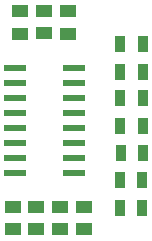
<source format=gtp>
G04*
G04 #@! TF.GenerationSoftware,Altium Limited,Altium Designer,24.5.2 (23)*
G04*
G04 Layer_Color=8421504*
%FSLAX44Y44*%
%MOMM*%
G71*
G04*
G04 #@! TF.SameCoordinates,334194BA-0611-49C7-9BF9-9A22E77FB9F2*
G04*
G04*
G04 #@! TF.FilePolarity,Positive*
G04*
G01*
G75*
%ADD13R,0.9000X1.4000*%
%ADD14R,1.9812X0.5588*%
%ADD15R,1.4500X1.0000*%
D13*
X1035230Y537522D02*
D03*
X1054230D02*
D03*
X1034764Y491250D02*
D03*
X1053764D02*
D03*
X1034816Y514338D02*
D03*
X1053816D02*
D03*
X1034987Y560651D02*
D03*
X1053987D02*
D03*
X1034985Y583823D02*
D03*
X1053985D02*
D03*
X1035194Y606483D02*
D03*
X1054194D02*
D03*
X1035050Y629920D02*
D03*
X1054050D02*
D03*
D14*
X995426Y609600D02*
D03*
Y596900D02*
D03*
Y584200D02*
D03*
Y571500D02*
D03*
Y558800D02*
D03*
Y546100D02*
D03*
Y533400D02*
D03*
Y520700D02*
D03*
X946150D02*
D03*
Y533400D02*
D03*
Y546100D02*
D03*
Y558800D02*
D03*
Y571500D02*
D03*
Y584200D02*
D03*
Y596900D02*
D03*
Y609600D02*
D03*
D15*
X1004202Y492026D02*
D03*
Y473027D02*
D03*
X983833Y492031D02*
D03*
Y473031D02*
D03*
X964075Y491982D02*
D03*
Y472982D02*
D03*
X943834Y492031D02*
D03*
Y473031D02*
D03*
X990648Y657788D02*
D03*
Y638788D02*
D03*
X970280Y657810D02*
D03*
Y638810D02*
D03*
X949997Y657774D02*
D03*
Y638774D02*
D03*
M02*

</source>
